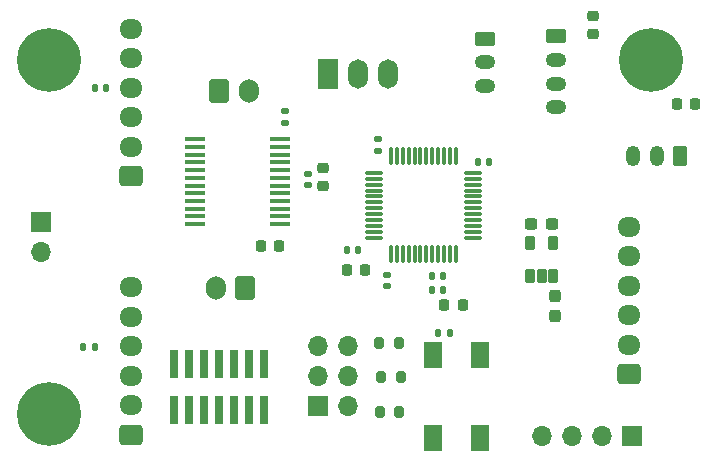
<source format=gts>
%TF.GenerationSoftware,KiCad,Pcbnew,9.0.0*%
%TF.CreationDate,2025-04-03T16:38:41+02:00*%
%TF.ProjectId,PCB_projetV2,5043425f-7072-46f6-9a65-7456322e6b69,03/04/2025*%
%TF.SameCoordinates,Original*%
%TF.FileFunction,Soldermask,Top*%
%TF.FilePolarity,Negative*%
%FSLAX46Y46*%
G04 Gerber Fmt 4.6, Leading zero omitted, Abs format (unit mm)*
G04 Created by KiCad (PCBNEW 9.0.0) date 2025-04-03 16:38:41*
%MOMM*%
%LPD*%
G01*
G04 APERTURE LIST*
G04 Aperture macros list*
%AMRoundRect*
0 Rectangle with rounded corners*
0 $1 Rounding radius*
0 $2 $3 $4 $5 $6 $7 $8 $9 X,Y pos of 4 corners*
0 Add a 4 corners polygon primitive as box body*
4,1,4,$2,$3,$4,$5,$6,$7,$8,$9,$2,$3,0*
0 Add four circle primitives for the rounded corners*
1,1,$1+$1,$2,$3*
1,1,$1+$1,$4,$5*
1,1,$1+$1,$6,$7*
1,1,$1+$1,$8,$9*
0 Add four rect primitives between the rounded corners*
20,1,$1+$1,$2,$3,$4,$5,0*
20,1,$1+$1,$4,$5,$6,$7,0*
20,1,$1+$1,$6,$7,$8,$9,0*
20,1,$1+$1,$8,$9,$2,$3,0*%
G04 Aperture macros list end*
%ADD10RoundRect,0.140000X-0.140000X-0.170000X0.140000X-0.170000X0.140000X0.170000X-0.140000X0.170000X0*%
%ADD11RoundRect,0.140000X0.140000X0.170000X-0.140000X0.170000X-0.140000X-0.170000X0.140000X-0.170000X0*%
%ADD12RoundRect,0.200000X-0.200000X-0.275000X0.200000X-0.275000X0.200000X0.275000X-0.200000X0.275000X0*%
%ADD13R,1.700000X1.700000*%
%ADD14O,1.700000X1.700000*%
%ADD15R,0.740000X2.400000*%
%ADD16RoundRect,0.102000X-0.700000X1.000000X-0.700000X-1.000000X0.700000X-1.000000X0.700000X1.000000X0*%
%ADD17RoundRect,0.225000X-0.250000X0.225000X-0.250000X-0.225000X0.250000X-0.225000X0.250000X0.225000X0*%
%ADD18RoundRect,0.140000X-0.170000X0.140000X-0.170000X-0.140000X0.170000X-0.140000X0.170000X0.140000X0*%
%ADD19RoundRect,0.218750X-0.218750X-0.256250X0.218750X-0.256250X0.218750X0.256250X-0.218750X0.256250X0*%
%ADD20RoundRect,0.225000X0.225000X0.250000X-0.225000X0.250000X-0.225000X-0.250000X0.225000X-0.250000X0*%
%ADD21C,5.400000*%
%ADD22RoundRect,0.075000X0.075000X-0.662500X0.075000X0.662500X-0.075000X0.662500X-0.075000X-0.662500X0*%
%ADD23RoundRect,0.075000X0.662500X-0.075000X0.662500X0.075000X-0.662500X0.075000X-0.662500X-0.075000X0*%
%ADD24RoundRect,0.250000X0.725000X-0.600000X0.725000X0.600000X-0.725000X0.600000X-0.725000X-0.600000X0*%
%ADD25O,1.950000X1.700000*%
%ADD26RoundRect,0.237500X-0.237500X0.300000X-0.237500X-0.300000X0.237500X-0.300000X0.237500X0.300000X0*%
%ADD27RoundRect,0.250000X-0.625000X0.350000X-0.625000X-0.350000X0.625000X-0.350000X0.625000X0.350000X0*%
%ADD28O,1.750000X1.200000*%
%ADD29RoundRect,0.237500X-0.300000X-0.237500X0.300000X-0.237500X0.300000X0.237500X-0.300000X0.237500X0*%
%ADD30RoundRect,0.225000X-0.225000X-0.250000X0.225000X-0.250000X0.225000X0.250000X-0.225000X0.250000X0*%
%ADD31RoundRect,0.250000X0.350000X0.625000X-0.350000X0.625000X-0.350000X-0.625000X0.350000X-0.625000X0*%
%ADD32O,1.200000X1.750000*%
%ADD33RoundRect,0.140000X0.170000X-0.140000X0.170000X0.140000X-0.170000X0.140000X-0.170000X-0.140000X0*%
%ADD34R,1.750000X0.450000*%
%ADD35RoundRect,0.102000X0.300000X-0.450000X0.300000X0.450000X-0.300000X0.450000X-0.300000X-0.450000X0*%
%ADD36RoundRect,0.250000X0.600000X0.750000X-0.600000X0.750000X-0.600000X-0.750000X0.600000X-0.750000X0*%
%ADD37O,1.700000X2.000000*%
%ADD38RoundRect,0.250000X-0.600000X-0.750000X0.600000X-0.750000X0.600000X0.750000X-0.600000X0.750000X0*%
%ADD39R,1.700000X2.500000*%
%ADD40O,1.700000X2.500000*%
G04 APERTURE END LIST*
D10*
X162320000Y-88650000D03*
X163280000Y-88650000D03*
D11*
X130860000Y-82370000D03*
X129900000Y-82370000D03*
D12*
X154025000Y-109825000D03*
X155675000Y-109825000D03*
D13*
X148810000Y-109325000D03*
D14*
X151350000Y-109325000D03*
X148810000Y-106785000D03*
X151350000Y-106785000D03*
X148810000Y-104245000D03*
X151350000Y-104245000D03*
D15*
X136620000Y-109620000D03*
X136620000Y-105720000D03*
X137890000Y-109620000D03*
X137890000Y-105720000D03*
X139160000Y-109620000D03*
X139160000Y-105720000D03*
X140430000Y-109620000D03*
X140430000Y-105720000D03*
X141700000Y-109620000D03*
X141700000Y-105720000D03*
X142970000Y-109620000D03*
X142970000Y-105720000D03*
X144240000Y-109620000D03*
X144240000Y-105720000D03*
D16*
X162500000Y-105000000D03*
X162500000Y-112000000D03*
X158500000Y-105000000D03*
X158500000Y-112000000D03*
D17*
X149225000Y-89150000D03*
X149225000Y-90700000D03*
D18*
X147890000Y-89630000D03*
X147890000Y-90590000D03*
D12*
X154115000Y-106800000D03*
X155765000Y-106800000D03*
D19*
X159462500Y-100775000D03*
X161037500Y-100775000D03*
D10*
X158970000Y-103150000D03*
X159930000Y-103150000D03*
D20*
X152785000Y-97770000D03*
X151235000Y-97770000D03*
X145465000Y-95710000D03*
X143915000Y-95710000D03*
D11*
X152180000Y-96050000D03*
X151220000Y-96050000D03*
D21*
X126000000Y-80000000D03*
D11*
X159380000Y-99475000D03*
X158420000Y-99475000D03*
D22*
X154950000Y-96462500D03*
X155450000Y-96462500D03*
X155950000Y-96462500D03*
X156450000Y-96462500D03*
X156950000Y-96462500D03*
X157450000Y-96462500D03*
X157950000Y-96462500D03*
X158450000Y-96462500D03*
X158950000Y-96462500D03*
X159450000Y-96462500D03*
X159950000Y-96462500D03*
X160450000Y-96462500D03*
D23*
X161862500Y-95050000D03*
X161862500Y-94550000D03*
X161862500Y-94050000D03*
X161862500Y-93550000D03*
X161862500Y-93050000D03*
X161862500Y-92550000D03*
X161862500Y-92050000D03*
X161862500Y-91550000D03*
X161862500Y-91050000D03*
X161862500Y-90550000D03*
X161862500Y-90050000D03*
X161862500Y-89550000D03*
D22*
X160450000Y-88137500D03*
X159950000Y-88137500D03*
X159450000Y-88137500D03*
X158950000Y-88137500D03*
X158450000Y-88137500D03*
X157950000Y-88137500D03*
X157450000Y-88137500D03*
X156950000Y-88137500D03*
X156450000Y-88137500D03*
X155950000Y-88137500D03*
X155450000Y-88137500D03*
X154950000Y-88137500D03*
D23*
X153537500Y-89550000D03*
X153537500Y-90050000D03*
X153537500Y-90550000D03*
X153537500Y-91050000D03*
X153537500Y-91550000D03*
X153537500Y-92050000D03*
X153537500Y-92550000D03*
X153537500Y-93050000D03*
X153537500Y-93550000D03*
X153537500Y-94050000D03*
X153537500Y-94550000D03*
X153537500Y-95050000D03*
D24*
X175125000Y-106600000D03*
D25*
X175125000Y-104100000D03*
X175125000Y-101600000D03*
X175125000Y-99100000D03*
X175125000Y-96600000D03*
X175125000Y-94100000D03*
D26*
X168850000Y-99937500D03*
X168850000Y-101662500D03*
D27*
X162900000Y-78200000D03*
D28*
X162900000Y-80200000D03*
X162900000Y-82200000D03*
D11*
X159355000Y-98250000D03*
X158395000Y-98250000D03*
D13*
X175400000Y-111800000D03*
D14*
X172860000Y-111800000D03*
X170320000Y-111800000D03*
X167780000Y-111800000D03*
D29*
X166837500Y-93900000D03*
X168562500Y-93900000D03*
D30*
X179175000Y-83730000D03*
X180725000Y-83730000D03*
D31*
X179450000Y-88125000D03*
D32*
X177450000Y-88125000D03*
X175450000Y-88125000D03*
D33*
X145990000Y-85290000D03*
X145990000Y-84330000D03*
D21*
X126000000Y-110000000D03*
D11*
X129870000Y-104280000D03*
X128910000Y-104280000D03*
D33*
X153890000Y-87680000D03*
X153890000Y-86720000D03*
D34*
X138400000Y-86725000D03*
X138400000Y-87375000D03*
X138400000Y-88025000D03*
X138400000Y-88675000D03*
X138400000Y-89325000D03*
X138400000Y-89975000D03*
X138400000Y-90625000D03*
X138400000Y-91275000D03*
X138400000Y-91925000D03*
X138400000Y-92575000D03*
X138400000Y-93225000D03*
X138400000Y-93875000D03*
X145600000Y-93875000D03*
X145600000Y-93225000D03*
X145600000Y-92575000D03*
X145600000Y-91925000D03*
X145600000Y-91275000D03*
X145600000Y-90625000D03*
X145600000Y-89975000D03*
X145600000Y-89325000D03*
X145600000Y-88675000D03*
X145600000Y-88025000D03*
X145600000Y-87375000D03*
X145600000Y-86725000D03*
D17*
X172080000Y-76285000D03*
X172080000Y-77835000D03*
D18*
X154610000Y-98160000D03*
X154610000Y-99120000D03*
D12*
X153950000Y-103950000D03*
X155600000Y-103950000D03*
D21*
X177000000Y-80000000D03*
D27*
X168950000Y-78000000D03*
D28*
X168950000Y-80000000D03*
X168950000Y-82000000D03*
X168950000Y-84000000D03*
D35*
X166750000Y-98300000D03*
X167700000Y-98300000D03*
X168650000Y-98300000D03*
X168650000Y-95500000D03*
X166750000Y-95500000D03*
D24*
X132925000Y-89850000D03*
D25*
X132925000Y-87350000D03*
X132925000Y-84850000D03*
X132925000Y-82350000D03*
X132925000Y-79850000D03*
X132925000Y-77350000D03*
D13*
X125300000Y-93725000D03*
D14*
X125300000Y-96265000D03*
D36*
X142600000Y-99275000D03*
D37*
X140100000Y-99275000D03*
D24*
X132925000Y-111750000D03*
D25*
X132925000Y-109250000D03*
X132925000Y-106750000D03*
X132925000Y-104250000D03*
X132925000Y-101750000D03*
X132925000Y-99250000D03*
D38*
X140400000Y-82600000D03*
D37*
X142900000Y-82600000D03*
D39*
X149602500Y-81207500D03*
D40*
X152142500Y-81207500D03*
X154682500Y-81207500D03*
M02*

</source>
